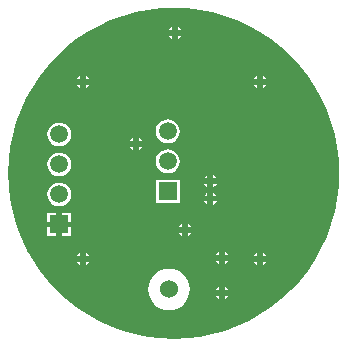
<source format=gbl>
%FSLAX25Y25*%
%MOIN*%
G70*
G01*
G75*
G04 Layer_Physical_Order=2*
G04 Layer_Color=16711680*
%ADD10R,0.03543X0.03150*%
%ADD11R,0.03543X0.02756*%
%ADD12R,0.02756X0.05118*%
%ADD13R,0.03347X0.02756*%
%ADD14C,0.01969*%
%ADD15C,0.01575*%
%ADD16C,0.01181*%
%ADD17C,0.00984*%
%ADD18C,0.05906*%
%ADD19R,0.05906X0.05906*%
%ADD20C,0.06000*%
%ADD21C,0.02500*%
G36*
X547241Y476802D02*
X551542Y476293D01*
X555790Y475448D01*
X559959Y474272D01*
X564022Y472773D01*
X567956Y470960D01*
X571735Y468843D01*
X575336Y466437D01*
X578737Y463756D01*
X581918Y460815D01*
X584858Y457635D01*
X587539Y454234D01*
X589946Y450632D01*
X592062Y446853D01*
X593875Y442920D01*
X595374Y438857D01*
X596550Y434688D01*
X597395Y430440D01*
X597904Y426139D01*
X598074Y421811D01*
X597904Y417483D01*
X597395Y413182D01*
X596550Y408934D01*
X595374Y404765D01*
X593875Y400702D01*
X592062Y396769D01*
X589946Y392990D01*
X587539Y389388D01*
X584858Y385987D01*
X581918Y382807D01*
X578737Y379867D01*
X575336Y377185D01*
X571735Y374779D01*
X567956Y372662D01*
X564022Y370849D01*
X559959Y369350D01*
X555790Y368175D01*
X551542Y367330D01*
X547241Y366820D01*
X542913Y366650D01*
X538586Y366820D01*
X534284Y367330D01*
X530036Y368175D01*
X525868Y369350D01*
X521804Y370849D01*
X517871Y372662D01*
X514092Y374779D01*
X510491Y377185D01*
X507089Y379867D01*
X503909Y382807D01*
X500969Y385987D01*
X498287Y389388D01*
X495881Y392990D01*
X494381Y395669D01*
X494095D01*
D01*
Y395669D01*
X494095D01*
D01*
D01*
X494094Y395669D01*
Y396180D01*
X493765Y396769D01*
X491952Y400702D01*
X490452Y404765D01*
X489277Y408934D01*
X488432Y413182D01*
X487923Y417483D01*
X487753Y421811D01*
X487923Y426139D01*
X488432Y430440D01*
X489277Y434688D01*
X490452Y438857D01*
X491952Y442920D01*
X493765Y446853D01*
X495881Y450632D01*
X498287Y454234D01*
X500969Y457635D01*
X503909Y460815D01*
X507089Y463756D01*
X510491Y466437D01*
X514092Y468843D01*
X517871Y470960D01*
X521804Y472773D01*
X525868Y474272D01*
X530036Y475448D01*
X534284Y476293D01*
X538586Y476802D01*
X542913Y476972D01*
X547241Y476802D01*
D02*
G37*
%LPC*%
G36*
X503740Y403740D02*
X500772D01*
Y400772D01*
X503740D01*
Y403740D01*
D02*
G37*
G36*
X508677D02*
X505709D01*
Y400772D01*
X508677D01*
Y403740D01*
D02*
G37*
G36*
X545717Y401899D02*
X544653D01*
X545079Y401261D01*
X545717Y400835D01*
Y401899D01*
D02*
G37*
G36*
X572638Y395356D02*
Y394291D01*
X573702D01*
X573276Y394929D01*
X572638Y395356D01*
D02*
G37*
G36*
X558071Y395749D02*
X557951Y395669D01*
D01*
X557433Y395323D01*
X557007Y394685D01*
X558071D01*
Y395749D01*
D02*
G37*
G36*
X560039D02*
Y394685D01*
X561103D01*
X560677Y395323D01*
X560159Y395669D01*
D01*
X560039Y395749D01*
D02*
G37*
G36*
X548749Y401899D02*
X547685D01*
Y400835D01*
X548323Y401261D01*
X548749Y401899D01*
D02*
G37*
G36*
X508677Y408677D02*
X505709D01*
Y405709D01*
X508677D01*
Y408677D01*
D02*
G37*
G36*
X504724Y418711D02*
X503692Y418575D01*
X502731Y418177D01*
X501905Y417544D01*
X501272Y416718D01*
X500873Y415756D01*
X500738Y414724D01*
X500873Y413693D01*
X501272Y412731D01*
X501905Y411905D01*
X502731Y411272D01*
X503692Y410873D01*
X504724Y410738D01*
X505756Y410873D01*
X506718Y411272D01*
X507544Y411905D01*
X508177Y412731D01*
X508575Y413693D01*
X508711Y414724D01*
X508575Y415756D01*
X508177Y416718D01*
X507544Y417544D01*
X506718Y418177D01*
X505756Y418575D01*
X504724Y418711D01*
D02*
G37*
G36*
X554134Y412402D02*
X553070D01*
X553496Y411764D01*
X554134Y411337D01*
Y412402D01*
D02*
G37*
G36*
X545717Y404932D02*
X545079Y404505D01*
X544653Y403867D01*
X545717D01*
Y404932D01*
D02*
G37*
G36*
X547685D02*
Y403867D01*
X548749D01*
X548323Y404505D01*
X547685Y404932D01*
D02*
G37*
G36*
X503740Y408677D02*
X500772D01*
Y405709D01*
X503740D01*
Y408677D01*
D02*
G37*
G36*
X570669Y395356D02*
X570031Y394929D01*
X569605Y394291D01*
X570669D01*
Y395356D01*
D02*
G37*
G36*
X558071Y383938D02*
X557433Y383512D01*
X557007Y382874D01*
X558071D01*
Y383938D01*
D02*
G37*
G36*
X560039D02*
Y382874D01*
X561103D01*
X560677Y383512D01*
X560039Y383938D01*
D02*
G37*
G36*
X511614Y392323D02*
X510550D01*
X510976Y391685D01*
X511614Y391259D01*
Y392323D01*
D02*
G37*
G36*
X541339Y390010D02*
X539985Y389877D01*
X538683Y389482D01*
X537484Y388840D01*
X536432Y387977D01*
X535569Y386926D01*
X534928Y385726D01*
X534533Y384425D01*
X534400Y383071D01*
X534533Y381717D01*
X534928Y380416D01*
X535569Y379216D01*
X536432Y378164D01*
X537484Y377301D01*
X538683Y376660D01*
X539985Y376265D01*
X541339Y376132D01*
X542692Y376265D01*
X543994Y376660D01*
X545194Y377301D01*
X546245Y378164D01*
X547108Y379216D01*
X547749Y380416D01*
X548144Y381717D01*
X548278Y383071D01*
X548144Y384425D01*
X547749Y385726D01*
X547108Y386926D01*
X546245Y387977D01*
X545194Y388840D01*
X543994Y389482D01*
X542692Y389877D01*
X541339Y390010D01*
D02*
G37*
G36*
X558071Y380906D02*
X557007D01*
X557433Y380268D01*
X558071Y379841D01*
Y380906D01*
D02*
G37*
G36*
X561103D02*
X560039D01*
Y379841D01*
X560677Y380268D01*
X561103Y380906D01*
D02*
G37*
G36*
X514647Y392323D02*
X513583D01*
Y391259D01*
X514221Y391685D01*
X514647Y392323D01*
D02*
G37*
G36*
X561103Y392717D02*
X560039D01*
Y391652D01*
X560677Y392079D01*
X561103Y392717D01*
D02*
G37*
G36*
X511614Y395356D02*
X510976Y394929D01*
X510550Y394291D01*
X511614D01*
Y395356D01*
D02*
G37*
G36*
X513583D02*
Y394291D01*
X514647D01*
X514221Y394929D01*
X513583Y395356D01*
D02*
G37*
G36*
X570669Y392323D02*
X569605D01*
X570031Y391685D01*
X570669Y391259D01*
Y392323D01*
D02*
G37*
G36*
X573702D02*
X572638D01*
Y391259D01*
X573276Y391685D01*
X573702Y392323D01*
D02*
G37*
G36*
X558071Y392717D02*
X557007D01*
X557433Y392079D01*
X558071Y391652D01*
Y392717D01*
D02*
G37*
G36*
X570669Y451378D02*
X569605D01*
X570031Y450740D01*
X570669Y450314D01*
Y451378D01*
D02*
G37*
G36*
X573702D02*
X572638D01*
Y450314D01*
X573276Y450740D01*
X573702Y451378D01*
D02*
G37*
G36*
X511614Y454411D02*
X510976Y453984D01*
X510550Y453346D01*
X511614D01*
Y454411D01*
D02*
G37*
G36*
X514647Y451378D02*
X513583D01*
Y450314D01*
X514221Y450740D01*
X514647Y451378D01*
D02*
G37*
G36*
X529331Y433544D02*
X528693Y433118D01*
X528267Y432480D01*
X529331D01*
Y433544D01*
D02*
G37*
G36*
X531299D02*
Y432480D01*
X532363D01*
X531937Y433118D01*
X531299Y433544D01*
D02*
G37*
G36*
X511614Y451378D02*
X510550D01*
X510976Y450740D01*
X511614Y450314D01*
Y451378D01*
D02*
G37*
G36*
X545356Y467520D02*
X544291D01*
Y466456D01*
X544929Y466882D01*
X545356Y467520D01*
D02*
G37*
G36*
X542323Y470552D02*
X541685Y470126D01*
X541259Y469488D01*
X542323D01*
Y470552D01*
D02*
G37*
G36*
X544291D02*
Y469488D01*
X545356D01*
X544929Y470126D01*
X544291Y470552D01*
D02*
G37*
G36*
X542323Y467520D02*
X541259D01*
X541685Y466882D01*
X542323Y466456D01*
Y467520D01*
D02*
G37*
G36*
X513583Y454411D02*
Y453346D01*
X514647D01*
X514221Y453984D01*
X513583Y454411D01*
D02*
G37*
G36*
X570669D02*
X570031Y453984D01*
X569605Y453346D01*
X570669D01*
Y454411D01*
D02*
G37*
G36*
X572638D02*
Y453346D01*
X573702D01*
X573276Y453984D01*
X572638Y454411D01*
D02*
G37*
G36*
X554134Y418307D02*
X553070D01*
X553496Y417669D01*
X554134Y417243D01*
Y418307D01*
D02*
G37*
G36*
X557166D02*
X556102D01*
Y417243D01*
X556740Y417669D01*
X557166Y418307D01*
D02*
G37*
G36*
X554134Y421340D02*
X553496Y420914D01*
X553070Y420276D01*
X554134D01*
Y421340D01*
D02*
G37*
G36*
X556102Y415434D02*
Y414370D01*
X557166D01*
X556740Y415008D01*
X556102Y415434D01*
D02*
G37*
G36*
X557166Y412402D02*
X556102D01*
Y411337D01*
X556740Y411764D01*
X557166Y412402D01*
D02*
G37*
G36*
X544898Y419701D02*
X536992D01*
Y411795D01*
X544898D01*
Y419701D01*
D02*
G37*
G36*
X554134Y415434D02*
X553496Y415008D01*
X553070Y414370D01*
X554134D01*
Y415434D01*
D02*
G37*
G36*
X532363Y430512D02*
X531299D01*
Y429448D01*
X531937Y429874D01*
X532363Y430512D01*
D02*
G37*
G36*
X504724Y438711D02*
X503692Y438575D01*
X502731Y438177D01*
X501905Y437543D01*
X501272Y436718D01*
X500873Y435756D01*
X500738Y434724D01*
X500873Y433693D01*
X501272Y432731D01*
X501905Y431905D01*
X502731Y431272D01*
X503692Y430873D01*
X504724Y430738D01*
X505756Y430873D01*
X506718Y431272D01*
X507544Y431905D01*
X508177Y432731D01*
X508575Y433693D01*
X508711Y434724D01*
X508575Y435756D01*
X508177Y436718D01*
X507544Y437543D01*
X506718Y438177D01*
X505756Y438575D01*
X504724Y438711D01*
D02*
G37*
G36*
X540945Y439735D02*
X539913Y439599D01*
X538951Y439201D01*
X538126Y438567D01*
X537492Y437742D01*
X537094Y436780D01*
X536958Y435748D01*
X537094Y434716D01*
X537492Y433755D01*
X538126Y432929D01*
X538951Y432295D01*
X539913Y431897D01*
X540945Y431761D01*
X541977Y431897D01*
X542938Y432295D01*
X543764Y432929D01*
X544398Y433755D01*
X544796Y434716D01*
X544932Y435748D01*
X544796Y436780D01*
X544398Y437742D01*
X543764Y438567D01*
X542938Y439201D01*
X541977Y439599D01*
X540945Y439735D01*
D02*
G37*
G36*
X529331Y430512D02*
X528267D01*
X528693Y429874D01*
X529331Y429448D01*
Y430512D01*
D02*
G37*
G36*
X556102Y421340D02*
Y420276D01*
X557166D01*
X556740Y420914D01*
X556102Y421340D01*
D02*
G37*
G36*
X504724Y428711D02*
X503692Y428575D01*
X502731Y428177D01*
X501905Y427543D01*
X501272Y426718D01*
X500873Y425756D01*
X500738Y424724D01*
X500873Y423693D01*
X501272Y422731D01*
X501905Y421905D01*
X502731Y421272D01*
X503692Y420873D01*
X504724Y420738D01*
X505756Y420873D01*
X506718Y421272D01*
X507544Y421905D01*
X508177Y422731D01*
X508575Y423693D01*
X508711Y424724D01*
X508575Y425756D01*
X508177Y426718D01*
X507544Y427543D01*
X506718Y428177D01*
X505756Y428575D01*
X504724Y428711D01*
D02*
G37*
G36*
X540945Y429735D02*
X539913Y429599D01*
X538951Y429201D01*
X538126Y428567D01*
X537492Y427741D01*
X537094Y426780D01*
X536958Y425748D01*
X537094Y424716D01*
X537492Y423755D01*
X538126Y422929D01*
X538951Y422295D01*
X539913Y421897D01*
X540945Y421761D01*
X541977Y421897D01*
X542938Y422295D01*
X543764Y422929D01*
X544398Y423755D01*
X544796Y424716D01*
X544932Y425748D01*
X544796Y426780D01*
X544398Y427741D01*
X543764Y428567D01*
X542938Y429201D01*
X541977Y429599D01*
X540945Y429735D01*
D02*
G37*
%LPD*%
D18*
X504724Y434724D02*
D03*
Y424724D02*
D03*
Y414724D02*
D03*
X540945Y425748D02*
D03*
Y435748D02*
D03*
D19*
X504724Y404724D02*
D03*
X540945Y415748D02*
D03*
D20*
X541339Y383071D02*
D03*
D21*
X546701Y402883D02*
D03*
X512598Y393307D02*
D03*
Y452362D02*
D03*
X559055Y381890D02*
D03*
X571654Y452362D02*
D03*
X543307Y468504D02*
D03*
X559055Y393701D02*
D03*
X571654Y393307D02*
D03*
X530315Y431496D02*
D03*
X555118Y419291D02*
D03*
Y413386D02*
D03*
M02*

</source>
